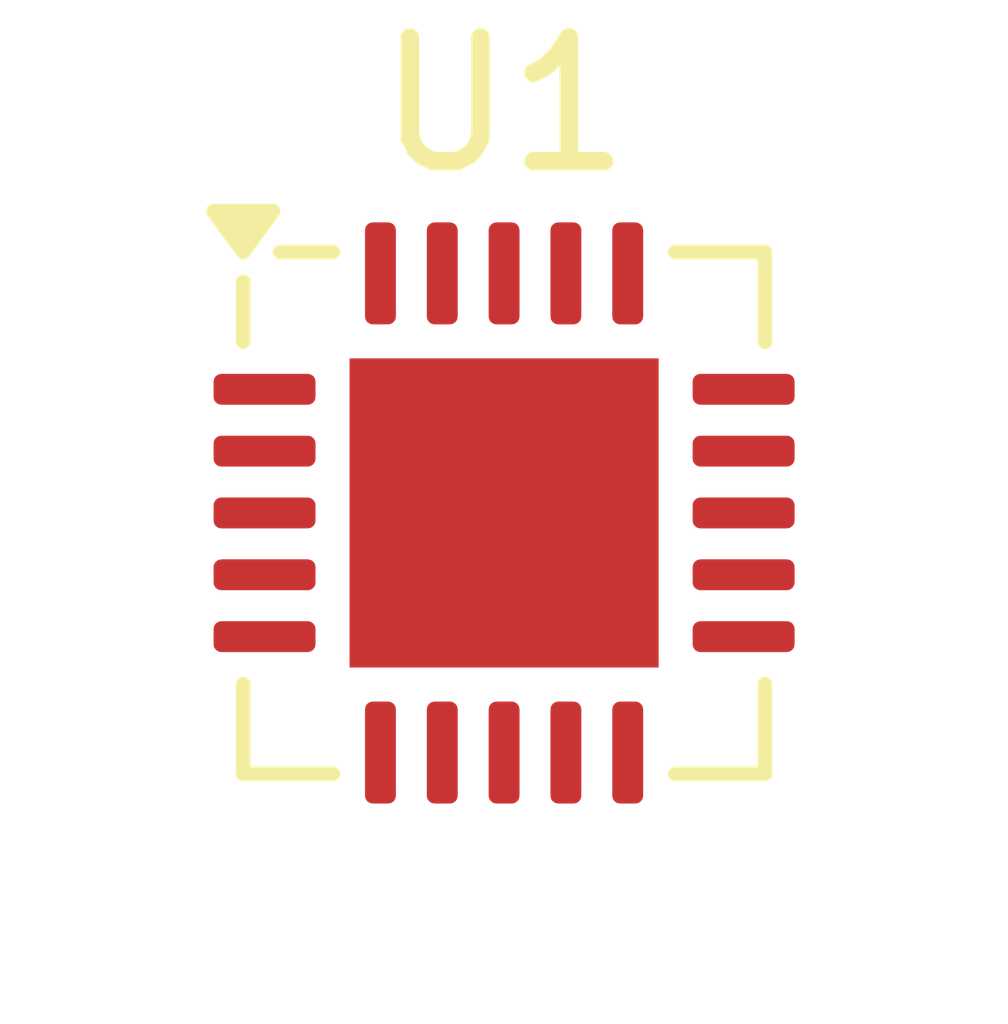
<source format=kicad_pcb>
(kicad_pcb (version 20241229) (generator "pcbnew") (generator_version "9.0")
  (layers (0 "F.Cu" signal) (2 "B.Cu" signal) (13 "F.Paste" user) (15 "B.Paste" user) (5 "F.SilkS" user "F.Silkscreen") (7 "B.SilkS" user "B.Silkscreen") (1 "F.Mask" user) (3 "B.Mask" user) (25 "Edge.Cuts" user))
  (net 0 "")
  (net 2 "Net-(U1-~{PG})")
  (net 3 "Net-(U1-V_{BAT}-Pad14)")
  (net 4 "Net-(U1-V_{SS}-Pad10)")
  (net 6 "Net-(U1-THERM)")
  (net 7 "Net-(U1-PROG1)")
  (net 8 "Net-(U1-STAT1{slash}~{LBO})")
  (net 9 "Net-(U1-IN-Pad18)")
  (net 11 "Net-(U1-STAT2)")
  (net 13 "Net-(U1-OUT-Pad1)")
  (net 14 "Net-(U1-~{TE})")
  (net 16 "Net-(U1-PROG3)")
  (footprint "Package_DFN_QFN:QFN-20-1EP_4x4mm_P0.5mm_EP2.5x2.5mm" (layer "F.Cu") (at 151.5625 90)
    (property "Reference" "U1" (at 0 -3.3 0) (layer "F.SilkS"))
    (property "Value" "MCP73871")
    (fp_line (start -2.11 -1.385) (end -2.11 -1.87) (stroke (width 0.12)) (layer "F.SilkS"))
    (fp_line (start -2.11 2.11) (end -2.11 1.385) (stroke (width 0.12)) (layer "F.SilkS"))
    (fp_line (start -1.385 -2.11) (end -1.81 -2.11) (stroke (width 0.12)) (layer "F.SilkS"))
    (fp_line (start -1.385 2.11) (end -2.11 2.11) (stroke (width 0.12)) (layer "F.SilkS"))
    (fp_line (start 1.385 -2.11) (end 2.11 -2.11) (stroke (width 0.12)) (layer "F.SilkS"))
    (fp_line (start 1.385 2.11) (end 2.11 2.11) (stroke (width 0.12)) (layer "F.SilkS"))
    (fp_line (start 2.11 -2.11) (end 2.11 -1.385) (stroke (width 0.12)) (layer "F.SilkS"))
    (fp_line (start 2.11 2.11) (end 2.11 1.385) (stroke (width 0.12)) (layer "F.SilkS"))
    (fp_poly (pts (xy -2.11 -2.11) (xy -2.35 -2.44) (xy -1.87 -2.44)) (stroke (width 0.12)) (fill yes) (layer "F.SilkS"))
    (pad "1" smd roundrect (at -1.9375 -1) (size 0.825 0.25) (layers "F.Cu" "F.Mask" "F.Paste") (net 13 "Net-(U1-OUT-Pad1)"))
    (pad "2" smd roundrect (at -1.9375 -0.5) (size 0.825 0.25) (layers "F.Cu" "F.Mask" "F.Paste"))
    (pad "3" smd roundrect (at -1.9375 0) (size 0.825 0.25) (layers "F.Cu" "F.Mask" "F.Paste"))
    (pad "4" smd roundrect (at -1.9375 0.5) (size 0.825 0.25) (layers "F.Cu" "F.Mask" "F.Paste"))
    (pad "5" smd roundrect (at -1.9375 1) (size 0.825 0.25) (layers "F.Cu" "F.Mask" "F.Paste") (net 6 "Net-(U1-THERM)"))
    (pad "6" smd roundrect (at -1 1.9375) (size 0.25 0.825) (layers "F.Cu" "F.Mask" "F.Paste") (net 2 "Net-(U1-~{PG})"))
    (pad "7" smd roundrect (at -0.5 1.9375) (size 0.25 0.825) (layers "F.Cu" "F.Mask" "F.Paste") (net 11 "Net-(U1-STAT2)"))
    (pad "8" smd roundrect (at 0 1.9375) (size 0.25 0.825) (layers "F.Cu" "F.Mask" "F.Paste") (net 8 "Net-(U1-STAT1{slash}~{LBO})"))
    (pad "9" smd roundrect (at 0.5 1.9375) (size 0.25 0.825) (layers "F.Cu" "F.Mask" "F.Paste") (net 14 "Net-(U1-~{TE})"))
    (pad "10" smd roundrect (at 1 1.9375) (size 0.25 0.825) (layers "F.Cu" "F.Mask" "F.Paste") (net 4 "Net-(U1-V_{SS}-Pad10)"))
    (pad "11" smd roundrect (at 1.9375 1) (size 0.825 0.25) (layers "F.Cu" "F.Mask" "F.Paste") (net 4 "Net-(U1-V_{SS}-Pad10)"))
    (pad "12" smd roundrect (at 1.9375 0.5) (size 0.825 0.25) (layers "F.Cu" "F.Mask" "F.Paste") (net 16 "Net-(U1-PROG3)"))
    (pad "13" smd roundrect (at 1.9375 0) (size 0.825 0.25) (layers "F.Cu" "F.Mask" "F.Paste") (net 7 "Net-(U1-PROG1)"))
    (pad "14" smd roundrect (at 1.9375 -0.5) (size 0.825 0.25) (layers "F.Cu" "F.Mask" "F.Paste") (net 3 "Net-(U1-V_{BAT}-Pad14)"))
    (pad "15" smd roundrect (at 1.9375 -1) (size 0.825 0.25) (layers "F.Cu" "F.Mask" "F.Paste") (net 3 "Net-(U1-V_{BAT}-Pad14)"))
    (pad "16" smd roundrect (at 1 -1.9375) (size 0.25 0.825) (layers "F.Cu" "F.Mask" "F.Paste"))
    (pad "17" smd roundrect (at 0.5 -1.9375) (size 0.25 0.825) (layers "F.Cu" "F.Mask" "F.Paste"))
    (pad "18" smd roundrect (at 0 -1.9375) (size 0.25 0.825) (layers "F.Cu" "F.Mask" "F.Paste") (net 9 "Net-(U1-IN-Pad18)"))
    (pad "19" smd roundrect (at -0.5 -1.9375) (size 0.25 0.825) (layers "F.Cu" "F.Mask" "F.Paste") (net 9 "Net-(U1-IN-Pad18)"))
    (pad "20" smd roundrect (at -1 -1.9375) (size 0.25 0.825) (layers "F.Cu" "F.Mask" "F.Paste") (net 13 "Net-(U1-OUT-Pad1)"))
    (pad "21" smd rect (at 0 0) (size 2.5 2.5) (property pad_prop_heatsink) (layers "F.Cu" "F.Mask") (net 4 "Net-(U1-V_{SS}-Pad10)"))
  )
)
</source>
